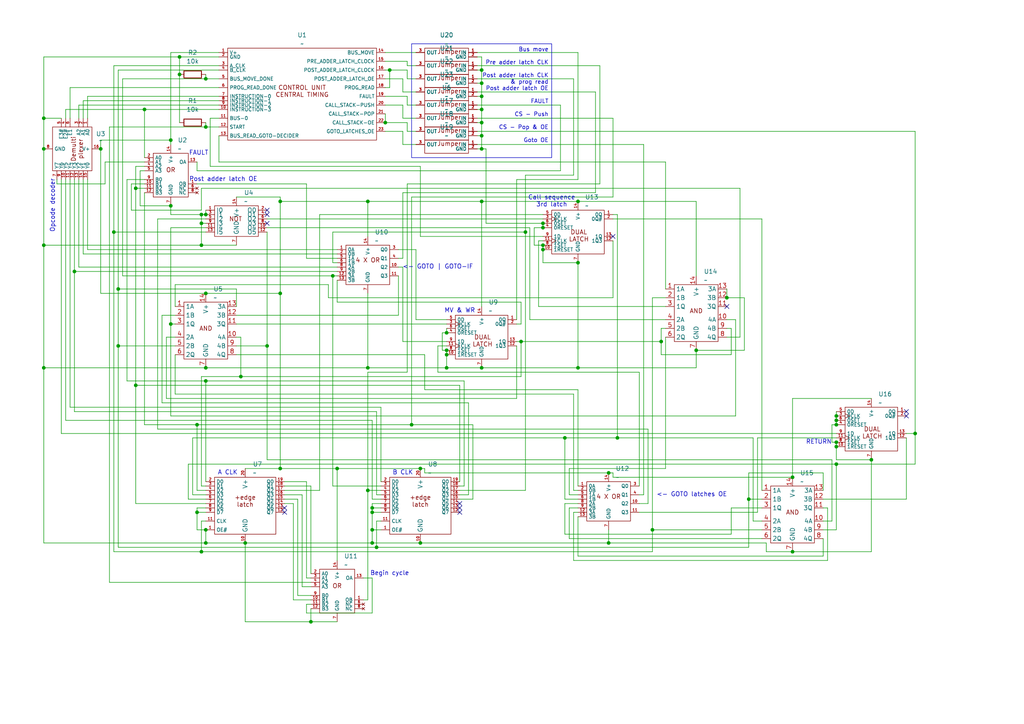
<source format=kicad_sch>
(kicad_sch (version 20231120) (generator "eeschema") (generator_version "8.0")
  (paper "A4")
  (title_block (title "Control unit central timing"))
  (lib_symbols
    (symbol "Device:R" (pin_numbers hide) (pin_names (offset 0))
      (property "Reference" "R" (at 2.032 0 90))
      (property "Value" "R" (at 0 0 90))
      (symbol "R_0_1"
        (rectangle (start -1.016 -2.54) (end 1.016 2.54) (stroke (width 0.254)))
      )
      (symbol "R_1_1"
        (pin passive line (at 0 3.81 270) (length 1.27) (name "~") (number "1"))
        (pin passive line (at 0 -3.81 90) (length 1.27) (name "~") (number "2"))
      )
    )
    (symbol "custom_symbol_lib:3_to_8_demultiplexer"
      (property "Reference" "U" (at 1.27 -1.016 0))
      (symbol "3_to_8_demultiplexer_1_1"
        (rectangle (start -6.35 6.35) (end 6.35 -5.08))
        (text "Demulti\nplexer" (at 0 2.032 0) (effects (font (size 1.27 1.27))))
        (pin input line (at -8.89 5.08 0) (length 2.54) (name "A0") (number "1"))
        (pin output line (at 8.89 -1.27 180) (length 2.54) (name "Y5") (number "10"))
        (pin output line (at 8.89 0 180) (length 2.54) (name "Y4") (number "11"))
        (pin output line (at 8.89 1.27 180) (length 2.54) (name "Y3") (number "12"))
        (pin output line (at 8.89 2.54 180) (length 2.54) (name "Y2") (number "13"))
        (pin output line (at 8.89 3.81 180) (length 2.54) (name "Y1") (number "14"))
        (pin output line (at 8.89 5.08 180) (length 2.54) (name "Y0") (number "15"))
        (pin power_in line (at 0 8.89 270) (length 2.54) (name "V+") (number "16"))
        (pin input line (at -8.89 3.81 0) (length 2.54) (name "A1") (number "2"))
        (pin input line (at -8.89 2.54 0) (length 2.54) (name "A2") (number "3"))
        (pin input line (at -8.89 -1.27 0) (length 2.54) (name "E2#") (number "4"))
        (pin input line (at -8.89 -2.54 0) (length 2.54) (name "E3#") (number "5"))
        (pin input line (at -8.89 0 0) (length 2.54) (name "E1") (number "6"))
        (pin output line (at 8.89 -3.81 180) (length 2.54) (name "Y7") (number "7"))
        (pin power_in line (at 0 -7.62 90) (length 2.54) (name "GND") (number "8"))
        (pin output line (at 8.89 -2.54 180) (length 2.54) (name "Y6") (number "9"))
      )
    )
    (symbol "custom_symbol_lib:6xNOT"
      (property "Reference" "U" (at -2.032 -1.016 0))
      (symbol "6xNOT_0_1"
        (rectangle (start -6.35 5.08) (end 6.35 -3.81))
      )
      (symbol "6xNOT_1_1"
        (text "NOT" (at -0.254 1.27 0) (effects (font (size 1.27 1.27))))
        (pin input line (at -8.89 3.81 0) (length 2.54) (name "I0") (number "1"))
        (pin output line (at 8.89 -1.27 180) (length 2.54) (name "O4") (number "10"))
        (pin input line (at -8.89 -1.27 0) (length 2.54) (name "I4") (number "11"))
        (pin output line (at 8.89 -2.54 180) (length 2.54) (name "O5") (number "12"))
        (pin input line (at -8.89 -2.54 0) (length 2.54) (name "I5") (number "13"))
        (pin power_in line (at 0 7.62 270) (length 2.54) (name "V+") (number "14"))
        (pin output line (at 8.89 3.81 180) (length 2.54) (name "O0") (number "2"))
        (pin input line (at -8.89 2.54 0) (length 2.54) (name "I1") (number "3"))
        (pin output line (at 8.89 2.54 180) (length 2.54) (name "O1") (number "4"))
        (pin input line (at -8.89 1.27 0) (length 2.54) (name "I2") (number "5"))
        (pin output line (at 8.89 1.27 180) (length 2.54) (name "O2") (number "6"))
        (pin power_in line (at 0 -6.35 90) (length 2.54) (name "GND") (number "7"))
        (pin output line (at 8.89 0 180) (length 2.54) (name "03") (number "8"))
        (pin input line (at -8.89 0 0) (length 2.54) (name "I3") (number "9"))
      )
    )
    (symbol "custom_symbol_lib:control_unit_central_timing_interface"
      (property "Reference" "U" (at 0 16.51 0))
      (symbol "control_unit_central_timing_interface_0_1"
        (rectangle (start -21.59 34.29) (end 21.59 7.62))
      )
      (symbol "control_unit_central_timing_interface_1_1"
        (text "CONTROL UNIT\nCENTRAL TIMING" (at 0 21.844 0) (effects (font (size 1.27 1.27))))
        (pin bidirectional line (at -24.13 33.02 0) (length 2.54) (name "V+") (number "1"))
        (pin bidirectional line (at -24.13 16.51 0) (length 2.54) (name "INSTRUCTION-3") (number "10"))
        (pin bidirectional line (at -24.13 13.97 0) (length 2.54) (name "BUS-0") (number "11"))
        (pin bidirectional line (at -24.13 11.43 0) (length 2.54) (name "START") (number "12"))
        (pin bidirectional line (at -24.13 8.89 0) (length 2.54) (name "BUS_READ_GOTO-DECIDER") (number "13"))
        (pin bidirectional line (at 24.13 33.02 180) (length 2.54) (name "BUS_MOVE") (number "14"))
        (pin bidirectional line (at 24.13 30.48 180) (length 2.54) (name "PRE_ADDER_LATCH_CLOCK") (number "15"))
        (pin bidirectional line (at 24.13 27.94 180) (length 2.54) (name "POST_ADDER_LATCH_CLOCK") (number "16"))
        (pin bidirectional line (at 24.13 25.4 180) (length 2.54) (name "POST_ADDER_LATCH_OE") (number "17"))
        (pin bidirectional line (at 24.13 22.86 180) (length 2.54) (name "PROG_READ") (number "18"))
        (pin bidirectional line (at 24.13 20.32 180) (length 2.54) (name "FAULT") (number "19"))
        (pin bidirectional line (at -24.13 31.75 0) (length 2.54) (name "GND") (number "2"))
        (pin bidirectional line (at 24.13 17.78 180) (length 2.54) (name "CALL_STACK-PUSH") (number "20"))
        (pin bidirectional line (at 24.13 15.24 180) (length 2.54) (name "CALL_STACK-POP") (number "21"))
        (pin bidirectional line (at 24.13 12.7 180) (length 2.54) (name "CALL_STACK-OE") (number "22"))
        (pin bidirectional line (at 24.13 10.16 180) (length 2.54) (name "GOTO_LATCHES_OE") (number "23"))
        (pin bidirectional line (at -24.13 29.21 0) (length 2.54) (name "A_CLK") (number "3"))
        (pin bidirectional line (at -24.13 27.94 0) (length 2.54) (name "B_CLK") (number "4"))
        (pin bidirectional line (at -24.13 25.4 0) (length 2.54) (name "BUS_MOVE_DONE") (number "5"))
        (pin bidirectional line (at -24.13 22.86 0) (length 2.54) (name "PROG_READ_DONE") (number "6"))
        (pin bidirectional line (at -24.13 20.32 0) (length 2.54) (name "INSTRUCTION-0") (number "7"))
        (pin bidirectional line (at -24.13 19.05 0) (length 2.54) (name "INSTRUCTION-1") (number "8"))
        (pin bidirectional line (at -24.13 17.78 0) (length 2.54) (name "INSTRUCTION-2") (number "9"))
      )
    )
    (symbol "custom_symbol_lib:dual_4_input_OR"
      (property "Reference" "U" (at -0.254 -0.762 0))
      (symbol "dual_4_input_OR_1_1"
        (rectangle (start -5.08 6.35) (end 5.08 -6.35))
        (text "OR" (at 0 1.524 0) (effects (font (size 1.27 1.27))))
        (pin output line (at 7.62 -2.54 180) (length 2.54) (name "OB") (number "1"))
        (pin input line (at -7.62 -2.54 0) (length 2.54) (name "B1") (number "10"))
        (pin input line (at -7.62 -3.81 0) (length 2.54) (name "B2") (number "11"))
        (pin input line (at -7.62 -5.08 0) (length 2.54) (name "B3") (number "12"))
        (pin output line (at 7.62 3.81 180) (length 2.54) (name "OA") (number "13"))
        (pin power_in line (at 0 8.89 270) (length 2.54) (name "V+") (number "14"))
        (pin input line (at -7.62 5.08 0) (length 2.54) (name "A0") (number "2"))
        (pin input line (at -7.62 3.81 0) (length 2.54) (name "A1") (number "3"))
        (pin input line (at -7.62 2.54 0) (length 2.54) (name "A2") (number "4"))
        (pin input line (at -7.62 1.27 0) (length 2.54) (name "A3") (number "5"))
        (pin no_connect line (at 7.62 -3.81 180) (length 2.54) (name "NC") (number "6"))
        (pin power_in line (at 0 -8.89 90) (length 2.54) (name "GND") (number "7"))
        (pin no_connect line (at 7.62 -5.08 180) (length 2.54) (name "NC") (number "8"))
        (pin input line (at -7.62 -1.27 0) (length 2.54) (name "B0") (number "9"))
      )
    )
    (symbol "custom_symbol_lib:dual_latch"
      (property "Reference" "U" (at 4.572 -5.08 0))
      (symbol "dual_latch_0_1"
        (rectangle (start -7.62 6.35) (end 7.62 -6.35))
      )
      (symbol "dual_latch_1_1"
        (text "DUAL\nLATCH" (at 0.254 -1.016 0) (effects (font (size 1.27 1.27))))
        (pin output line (at 10.16 5.08 180) (length 2.54) (name "0Q") (number "1"))
        (pin input line (at -10.16 -5.08 0) (length 2.54) (name "1RESET") (number "10"))
        (pin input clock (at -10.16 -2.54 0) (length 2.54) (name "1CLK") (number "11"))
        (pin output line (at 10.16 -2.54 180) (length 2.54) (name "1Q3") (number "12"))
        (pin output line (at 10.16 -1.27 180) (length 2.54) (name "1Q") (number "13"))
        (pin power_in line (at 0 8.89 270) (length 2.54) (name "V+") (number "14"))
        (pin output line (at 10.16 3.81 180) (length 2.54) (name "0Q#") (number "2"))
        (pin input clock (at -10.16 3.81 0) (length 2.54) (name "0CLK") (number "3"))
        (pin input line (at -10.16 1.27 0) (length 2.54) (name "0RESET") (number "4"))
        (pin input line (at -10.16 5.08 0) (length 2.54) (name "0D") (number "5"))
        (pin input line (at -10.16 2.54 0) (length 2.54) (name "0SET") (number "6"))
        (pin power_in line (at 0 -8.89 90) (length 2.54) (name "GND") (number "7"))
        (pin input line (at -10.16 -3.81 0) (length 2.54) (name "1SET") (number "8"))
        (pin input line (at -10.16 -1.27 0) (length 2.54) (name "1D") (number "9"))
      )
    )
    (symbol "custom_symbol_lib:jumper"
      (property "Reference" "U" (at -1.016 -1.524 0))
      (symbol "jumper_1_1"
        (rectangle (start -6.35 1.27) (end 6.35 -2.54))
        (text "Jumper" (at -0.762 0.254 0) (effects (font (size 1.27 1.27))))
        (pin input line (at -8.89 0 0) (length 2.54) (name "IN") (number "1"))
        (pin power_in line (at -8.89 -1.27 0) (length 2.54) (name "GND") (number "2"))
        (pin output line (at 8.89 0 180) (length 2.54) (name "OUT") (number "3"))
      )
    )
    (symbol "custom_symbol_lib:quad_OR"
      (property "Reference" "U" (at 0 0 0))
      (symbol "quad_OR_0_1"
        (rectangle (start -6.35 6.35) (end 6.35 -5.08))
      )
      (symbol "quad_OR_1_1"
        (text "4 X OR" (at 0 2.032 0) (effects (font (size 1.27 1.27))))
        (pin input line (at -8.89 5.08 0) (length 2.54) (name "0A") (number "1"))
        (pin output line (at 8.89 0 180) (length 2.54) (name "Q2") (number "10"))
        (pin output line (at 8.89 -2.54 180) (length 2.54) (name "Q3") (number "11"))
        (pin input line (at -8.89 -2.54 0) (length 2.54) (name "3A") (number "12"))
        (pin input line (at -8.89 -3.81 0) (length 2.54) (name "3B") (number "13"))
        (pin power_in line (at 0 8.89 270) (length 2.54) (name "V+") (number "14"))
        (pin input line (at -8.89 3.81 0) (length 2.54) (name "0B") (number "2"))
        (pin output line (at 8.89 5.08 180) (length 2.54) (name "Q0") (number "3"))
        (pin output line (at 8.89 2.54 180) (length 2.54) (name "Q1") (number "4"))
        (pin input line (at -8.89 2.54 0) (length 2.54) (name "1A") (number "5"))
        (pin input line (at -8.89 1.27 0) (length 2.54) (name "1B") (number "6"))
        (pin power_in line (at 0 -7.62 90) (length 2.54) (name "GND") (number "7"))
        (pin input line (at -8.89 0 0) (length 2.54) (name "2A") (number "8"))
        (pin input line (at -8.89 -1.27 0) (length 2.54) (name "2B") (number "9"))
      )
    )
    (symbol "custom_symbol_lib:quad_and"
      (property "Reference" "U" (at 0 -1.524 0))
      (symbol "quad_and_0_1"
        (rectangle (start -6.35 8.89) (end 6.35 -7.62))
      )
      (symbol "quad_and_1_1"
        (text "AND" (at 0 1.27 0) (effects (font (size 1.27 1.27))))
        (pin input line (at -8.89 7.62 0) (length 2.54) (name "1A") (number "1"))
        (pin input line (at 8.89 -1.27 180) (length 2.54) (name "4A") (number "10"))
        (pin output line (at 8.89 2.54 180) (length 2.54) (name "3Q") (number "11"))
        (pin input line (at 8.89 5.08 180) (length 2.54) (name "3B") (number "12"))
        (pin input line (at 8.89 7.62 180) (length 2.54) (name "3A") (number "13"))
        (pin power_in line (at 0 11.43 270) (length 2.54) (name "V+") (number "14"))
        (pin input line (at -8.89 5.08 0) (length 2.54) (name "1B") (number "2"))
        (pin output line (at -8.89 2.54 0) (length 2.54) (name "1Q") (number "3"))
        (pin input line (at -8.89 -1.27 0) (length 2.54) (name "2A") (number "4"))
        (pin input line (at -8.89 -3.81 0) (length 2.54) (name "2B") (number "5"))
        (pin output line (at -8.89 -6.35 0) (length 2.54) (name "2Q") (number "6"))
        (pin power_in line (at 0 -10.16 90) (length 2.54) (name "GND") (number "7"))
        (pin output line (at 8.89 -6.35 180) (length 2.54) (name "4Q") (number "8"))
        (pin input line (at 8.89 -3.81 180) (length 2.54) (name "4B") (number "9"))
      )
    )
    (symbol "custom_symbol_lib:rising_edge_8_bit_latch"
      (property "Reference" "U" (at 0 -1.016 0))
      (symbol "rising_edge_8_bit_latch_0_1"
        (rectangle (start -8.89 8.89) (end 8.89 -7.62))
      )
      (symbol "rising_edge_8_bit_latch_1_1"
        (text "+edge\nlatch" (at 0 2.032 0) (effects (font (size 1.27 1.27))))
        (pin input line (at -11.43 -6.35 0) (length 2.54) (name "OE#") (number "1"))
        (pin power_in line (at 0 -10.16 90) (length 2.54) (name "GND") (number "10"))
        (pin input line (at -11.43 -3.81 0) (length 2.54) (name "CLK") (number "11"))
        (pin output line (at 11.43 -1.27 180) (length 2.54) (name "Q7") (number "12"))
        (pin output line (at 11.43 0 180) (length 2.54) (name "Q6") (number "13"))
        (pin output line (at 11.43 1.27 180) (length 2.54) (name "Q5") (number "14"))
        (pin output line (at 11.43 2.54 180) (length 2.54) (name "Q4") (number "15"))
        (pin output line (at 11.43 3.81 180) (length 2.54) (name "Q3") (number "16"))
        (pin output line (at 11.43 5.08 180) (length 2.54) (name "Q2") (number "17"))
        (pin output line (at 11.43 6.35 180) (length 2.54) (name "Q1") (number "18"))
        (pin output line (at 11.43 7.62 180) (length 2.54) (name "Q0") (number "19"))
        (pin input line (at -11.43 7.62 0) (length 2.54) (name "D0") (number "2"))
        (pin power_in line (at 0 11.43 270) (length 2.54) (name "V+") (number "20"))
        (pin input line (at -11.43 6.35 0) (length 2.54) (name "D1") (number "3"))
        (pin input line (at -11.43 5.08 0) (length 2.54) (name "D2") (number "4"))
        (pin input line (at -11.43 3.81 0) (length 2.54) (name "D3") (number "5"))
        (pin input line (at -11.43 2.54 0) (length 2.54) (name "D4") (number "6"))
        (pin input line (at -11.43 1.27 0) (length 2.54) (name "D5") (number "7"))
        (pin input line (at -11.43 0 0) (length 2.54) (name "D6") (number "8"))
        (pin input line (at -11.43 -1.27 0) (length 2.54) (name "D7") (number "9"))
      )
    )
  )
  (junction (at 96.52 80.01))
  (junction (at 151.13 99.06))
  (junction (at 157.48 71.12))
  (junction (at 242.57 129.54))
  (junction (at 58.42 64.77))
  (junction (at 12.7 34.29))
  (junction (at 57.15 123.19))
  (junction (at 129.54 96.52))
  (junction (at 242.57 123.19))
  (junction (at 90.17 180.34))
  (junction (at 242.57 120.65))
  (junction (at 58.42 160.02))
  (junction (at 179.07 127))
  (junction (at 59.69 85.09))
  (junction (at 34.29 83.82))
  (junction (at 167.64 58.42))
  (junction (at 107.95 153.67))
  (junction (at 107.95 157.48))
  (junction (at 41.91 31.75))
  (junction (at 119.38 123.19))
  (junction (at 77.47 100.33))
  (junction (at 242.57 134.62))
  (junction (at 107.95 147.32))
  (junction (at 167.64 106.68))
  (junction (at 139.7 27.94))
  (junction (at 59.69 110.49))
  (junction (at 71.12 157.48))
  (junction (at 58.42 71.12))
  (junction (at 229.87 138.43))
  (junction (at 57.15 148.59))
  (junction (at 113.03 20.32))
  (junction (at 157.48 64.77))
  (junction (at 59.69 157.48))
  (junction (at 12.7 71.12))
  (junction (at 139.7 31.75))
  (junction (at 139.7 20.32))
  (junction (at 59.69 36.83))
  (junction (at 242.57 121.92))
  (junction (at 49.53 40.64))
  (junction (at 139.7 58.42))
  (junction (at 167.64 76.2))
  (junction (at 176.53 157.48))
  (junction (at 39.37 111.76))
  (junction (at 33.02 67.31))
  (junction (at 139.7 106.68))
  (junction (at 106.68 142.24))
  (junction (at 81.28 135.89))
  (junction (at 109.22 158.75))
  (junction (at 129.54 101.6))
  (junction (at 21.59 78.74))
  (junction (at 157.48 66.04))
  (junction (at 191.77 99.06))
  (junction (at 107.95 148.59))
  (junction (at 58.42 62.23))
  (junction (at 81.28 85.09))
  (junction (at 12.7 106.68))
  (junction (at 59.69 62.23))
  (junction (at 111.76 35.56))
  (junction (at 59.69 106.68))
  (junction (at 189.23 153.67))
  (junction (at 97.79 135.89))
  (junction (at 129.54 106.68))
  (junction (at 139.7 39.37))
  (junction (at 106.68 58.42))
  (junction (at 59.69 22.86))
  (junction (at 163.83 127))
  (junction (at 229.87 160.02))
  (junction (at 210.82 86.36))
  (junction (at 81.28 58.42))
  (junction (at 176.53 137.16))
  (junction (at 106.68 106.68))
  (junction (at 69.85 109.22))
  (junction (at 139.7 24.13))
  (junction (at 121.92 157.48))
  (junction (at 52.07 16.51))
  (junction (at 217.17 144.78))
  (junction (at 39.37 54.61))
  (junction (at 265.43 125.73))
  (junction (at 121.92 135.89))
  (junction (at 157.48 72.39))
  (junction (at 152.4 67.31))
  (junction (at 34.29 100.33))
  (junction (at 59.69 153.67))
  (junction (at 242.57 128.27))
  (junction (at 49.53 93.98))
  (junction (at 129.54 102.87))
  (junction (at 49.53 59.69))
  (junction (at 201.93 101.6))
  (junction (at 139.7 43.18))
  (junction (at 52.07 21.59))
  (junction (at 29.21 43.18))
  (junction (at 139.7 35.56))
  (junction (at 252.73 133.35))
  (junction (at 12.7 43.18))
  (no_connect (at 77.47 60.96))
  (no_connect (at 262.89 119.38))
  (no_connect (at 133.35 147.32))
  (no_connect (at 77.47 64.77))
  (no_connect (at 133.35 148.59))
  (no_connect (at 262.89 120.65))
  (no_connect (at 177.8 68.58))
  (no_connect (at 210.82 88.9))
  (no_connect (at 82.55 147.32))
  (no_connect (at 82.55 148.59))
  (no_connect (at 133.35 146.05))
  (no_connect (at 77.47 62.23))
  (wire (pts (xy 21.59 78.74) (xy 21.59 119.38)))
  (wire (pts (xy 82.55 146.05) (xy 85.09 146.05)))
  (wire (pts (xy 229.87 138.43) (xy 177.8 138.43)))
  (wire (pts (xy 36.83 110.49) (xy 36.83 52.07)))
  (wire (pts (xy 107.95 148.59) (xy 110.49 148.59)))
  (wire (pts (xy 96.52 140.97) (xy 110.49 140.97)))
  (wire (pts (xy 139.7 31.75) (xy 138.43 31.75)))
  (wire (pts (xy 49.53 41.91) (xy 49.53 40.64)))
  (wire (pts (xy 82.55 143.51) (xy 87.63 143.51)))
  (wire (pts (xy 40.64 49.53) (xy 40.64 59.69)))
  (wire (pts (xy 107.95 144.78) (xy 107.95 121.92)))
  (wire (pts (xy 38.1 60.96) (xy 58.42 60.96)))
  (wire (pts (xy 157.48 66.04) (xy 154.94 66.04)))
  (wire (pts (xy 59.69 22.86) (xy 35.56 22.86)))
  (wire (pts (xy 25.4 52.07) (xy 25.4 72.39)))
  (wire (pts (xy 90.17 167.64) (xy 88.9 167.64)))
  (wire (pts (xy 222.25 160.02) (xy 229.87 160.02)))
  (wire (pts (xy 50.8 114.3) (xy 166.37 114.3)))
  (wire (pts (xy 179.07 62.23) (xy 179.07 127)))
  (wire (pts (xy 57.15 123.19) (xy 41.91 123.19)))
  (wire (pts (xy 58.42 62.23) (xy 58.42 64.77)))
  (wire (pts (xy 241.3 133.35) (xy 77.47 133.35)))
  (wire (pts (xy 135.89 116.84) (xy 46.99 116.84)))
  (wire (pts (xy 139.7 27.94) (xy 139.7 31.75)))
  (wire (pts (xy 241.3 123.19) (xy 241.3 128.27)))
  (wire (pts (xy 59.69 35.56) (xy 59.69 36.83)))
  (wire (pts (xy 212.09 147.32) (xy 212.09 154.94)))
  (wire (pts (xy 109.22 158.75) (xy 217.17 158.75)))
  (wire (pts (xy 68.58 97.79) (xy 69.85 97.79)))
  (wire (pts (xy 242.57 120.65) (xy 242.57 121.92)))
  (wire (pts (xy 242.57 153.67) (xy 242.57 134.62)))
  (wire (pts (xy 63.5 36.83) (xy 59.69 36.83)))
  (wire (pts (xy 123.19 102.87) (xy 123.19 113.03)))
  (wire (pts (xy 220.98 156.21) (xy 165.1 156.21)))
  (wire (pts (xy 88.9 177.8) (xy 88.9 175.26)))
  (wire (pts (xy 52.07 16.51) (xy 52.07 21.59)))
  (wire (pts (xy 41.91 123.19) (xy 41.91 55.88)))
  (wire (pts (xy 138.43 34.29) (xy 177.8 34.29)))
  (wire (pts (xy 59.69 157.48) (xy 59.69 153.67)))
  (wire (pts (xy 212.09 102.87) (xy 191.77 102.87)))
  (wire (pts (xy 59.69 106.68) (xy 106.68 106.68)))
  (wire (pts (xy 176.53 137.16) (xy 123.19 137.16)))
  (wire (pts (xy 177.8 57.15) (xy 177.8 34.29)))
  (wire (pts (xy 54.61 134.62) (xy 54.61 144.78)))
  (wire (pts (xy 33.02 19.05) (xy 33.02 67.31)))
  (wire (pts (xy 38.1 53.34) (xy 41.91 53.34)))
  (wire (pts (xy 87.63 143.51) (xy 87.63 170.18)))
  (wire (pts (xy 106.68 173.99) (xy 106.68 142.24)))
  (wire (pts (xy 77.47 133.35) (xy 77.47 100.33)))
  (wire (pts (xy 77.47 67.31) (xy 77.47 100.33)))
  (wire (pts (xy 77.47 66.04) (xy 153.67 66.04)))
  (wire (pts (xy 210.82 95.25) (xy 212.09 95.25)))
  (wire (pts (xy 57.15 142.24) (xy 57.15 123.19)))
  (wire (pts (xy 58.42 60.96) (xy 58.42 54.61)))
  (wire (pts (xy 242.57 125.73) (xy 17.78 125.73)))
  (wire (pts (xy 71.12 180.34) (xy 71.12 157.48)))
  (wire (pts (xy 97.79 76.2) (xy 96.52 76.2)))
  (wire (pts (xy 127 107.95) (xy 185.42 107.95)))
  (wire (pts (xy 77.47 100.33) (xy 68.58 100.33)))
  (wire (pts (xy 58.42 151.13) (xy 58.42 160.02)))
  (wire (pts (xy 222.25 157.48) (xy 222.25 160.02)))
  (wire (pts (xy 59.69 21.59) (xy 59.69 22.86)))
  (wire (pts (xy 58.42 62.23) (xy 49.53 62.23)))
  (wire (pts (xy 139.7 39.37) (xy 139.7 43.18)))
  (wire (pts (xy 265.43 125.73) (xy 265.43 134.62)))
  (wire (pts (xy 154.94 71.12) (xy 157.48 71.12)))
  (wire (pts (xy 41.91 31.75) (xy 41.91 45.72)))
  (wire (pts (xy 167.64 161.29) (xy 167.64 149.86)))
  (wire (pts (xy 118.11 20.32) (xy 113.03 20.32)))
  (wire (pts (xy 109.22 143.51) (xy 110.49 143.51)))
  (wire (pts (xy 138.43 16.51) (xy 139.7 16.51)))
  (wire (pts (xy 167.64 113.03) (xy 167.64 140.97)))
  (wire (pts (xy 152.4 142.24) (xy 133.35 142.24)))
  (wire (pts (xy 59.69 36.83) (xy 31.75 36.83)))
  (wire (pts (xy 57.15 49.53) (xy 162.56 49.53)))
  (wire (pts (xy 242.57 119.38) (xy 242.57 120.65)))
  (wire (pts (xy 242.57 134.62) (xy 54.61 134.62)))
  (wire (pts (xy 81.28 58.42) (xy 81.28 85.09)))
  (wire (pts (xy 193.04 135.89) (xy 165.1 135.89)))
  (wire (pts (xy 118.11 19.05) (xy 120.65 19.05)))
  (wire (pts (xy 242.57 128.27) (xy 242.57 129.54)))
  (wire (pts (xy 107.95 148.59) (xy 107.95 147.32)))
  (wire (pts (xy 128.27 96.52) (xy 128.27 101.6)))
  (wire (pts (xy 138.43 22.86) (xy 166.37 22.86)))
  (wire (pts (xy 119.38 57.15) (xy 119.38 123.19)))
  (wire (pts (xy 265.43 38.1) (xy 265.43 125.73)))
  (wire (pts (xy 167.64 52.07) (xy 167.64 15.24)))
  (wire (pts (xy 133.35 140.97) (xy 134.62 140.97)))
  (wire (pts (xy 220.98 63.5) (xy 177.8 63.5)))
  (wire (pts (xy 45.72 63.5) (xy 45.72 124.46)))
  (wire (pts (xy 149.86 115.57) (xy 149.86 100.33)))
  (wire (pts (xy 133.35 111.76) (xy 39.37 111.76)))
  (wire (pts (xy 139.7 106.68) (xy 167.64 106.68)))
  (wire (pts (xy 265.43 125.73) (xy 262.89 125.73)))
  (wire (pts (xy 201.93 58.42) (xy 201.93 80.01)))
  (wire (pts (xy 138.43 41.91) (xy 186.69 41.91)))
  (wire (pts (xy 90.17 180.34) (xy 97.79 180.34)))
  (wire (pts (xy 57.15 53.34) (xy 88.9 53.34)))
  (wire (pts (xy 193.04 88.9) (xy 156.21 88.9)))
  (wire (pts (xy 118.11 30.48) (xy 118.11 27.94)))
  (wire (pts (xy 81.28 85.09) (xy 59.69 85.09)))
  (wire (pts (xy 129.54 101.6) (xy 129.54 102.87)))
  (wire (pts (xy 106.68 58.42) (xy 81.28 58.42)))
  (wire (pts (xy 116.84 99.06) (xy 129.54 99.06)))
  (wire (pts (xy 151.13 99.06) (xy 191.77 99.06)))
  (wire (pts (xy 110.49 144.78) (xy 107.95 144.78)))
  (wire (pts (xy 48.26 97.79) (xy 48.26 115.57)))
  (wire (pts (xy 63.5 46.99) (xy 193.04 46.99)))
  (wire (pts (xy 12.7 71.12) (xy 12.7 43.18)))
  (wire (pts (xy 163.83 146.05) (xy 167.64 146.05)))
  (wire (pts (xy 49.53 93.98) (xy 49.53 120.65)))
  (wire (pts (xy 39.37 146.05) (xy 59.69 146.05)))
  (wire (pts (xy 151.13 87.63) (xy 97.79 87.63)))
  (wire (pts (xy 58.42 64.77) (xy 58.42 71.12)))
  (wire (pts (xy 49.53 120.65) (xy 213.36 120.65)))
  (wire (pts (xy 229.87 115.57) (xy 252.73 115.57)))
  (wire (pts (xy 139.7 24.13) (xy 139.7 27.94)))
  (wire (pts (xy 77.47 63.5) (xy 157.48 63.5)))
  (wire (pts (xy 12.7 34.29) (xy 12.7 43.18)))
  (wire (pts (xy 157.48 76.2) (xy 167.64 76.2)))
  (wire (pts (xy 167.64 58.42) (xy 201.93 58.42)))
  (wire (pts (xy 153.67 66.04) (xy 153.67 92.71)))
  (wire (pts (xy 212.09 154.94) (xy 163.83 154.94)))
  (wire (pts (xy 97.79 87.63) (xy 97.79 81.28)))
  (wire (pts (xy 45.72 124.46) (xy 187.96 124.46)))
  (wire (pts (xy 20.32 118.11) (xy 110.49 118.11)))
  (wire (pts (xy 54.61 144.78) (xy 59.69 144.78)))
  (wire (pts (xy 46.99 116.84) (xy 46.99 91.44)))
  (wire (pts (xy 34.29 83.82) (xy 34.29 100.33)))
  (wire (pts (xy 105.41 173.99) (xy 106.68 173.99)))
  (wire (pts (xy 210.82 83.82) (xy 210.82 86.36)))
  (wire (pts (xy 57.15 147.32) (xy 59.69 147.32)))
  (wire (pts (xy 90.17 180.34) (xy 71.12 180.34)))
  (wire (pts (xy 30.48 46.99) (xy 41.91 46.99)))
  (wire (pts (xy 238.76 144.78) (xy 262.89 144.78)))
  (wire (pts (xy 193.04 46.99) (xy 193.04 83.82)))
  (wire (pts (xy 116.84 34.29) (xy 120.65 34.29)))
  (wire (pts (xy 133.35 143.51) (xy 135.89 143.51)))
  (wire (pts (xy 50.8 82.55) (xy 95.25 82.55)))
  (wire (pts (xy 262.89 144.78) (xy 262.89 127)))
  (wire (pts (xy 34.29 100.33) (xy 34.29 158.75)))
  (wire (pts (xy 139.7 39.37) (xy 138.43 39.37)))
  (wire (pts (xy 118.11 53.34) (xy 173.99 53.34)))
  (wire (pts (xy 139.7 43.18) (xy 138.43 43.18)))
  (wire (pts (xy 153.67 92.71) (xy 193.04 92.71)))
  (wire (pts (xy 127 100.33) (xy 127 107.95)))
  (wire (pts (xy 252.73 160.02) (xy 229.87 160.02)))
  (wire (pts (xy 189.23 160.02) (xy 189.23 153.67)))
  (wire (pts (xy 214.63 97.79) (xy 210.82 97.79)))
  (wire (pts (xy 59.69 63.5) (xy 45.72 63.5)))
  (wire (pts (xy 68.58 88.9) (xy 68.58 83.82)))
  (wire (pts (xy 96.52 80.01) (xy 96.52 140.97)))
  (wire (pts (xy 140.97 64.77) (xy 140.97 43.18)))
  (wire (pts (xy 165.1 156.21) (xy 165.1 147.32)))
  (wire (pts (xy 34.29 83.82) (xy 68.58 83.82)))
  (wire (pts (xy 111.76 15.24) (xy 120.65 15.24)))
  (wire (pts (xy 118.11 35.56) (xy 111.76 35.56)))
  (wire (pts (xy 129.54 106.68) (xy 139.7 106.68)))
  (wire (pts (xy 97.79 73.66) (xy 24.13 73.66)))
  (wire (pts (xy 191.77 95.25) (xy 193.04 95.25)))
  (wire (pts (xy 191.77 99.06) (xy 191.77 95.25)))
  (wire (pts (xy 129.54 92.71) (xy 120.65 92.71)))
  (wire (pts (xy 128.27 101.6) (xy 129.54 101.6)))
  (wire (pts (xy 59.69 110.49) (xy 36.83 110.49)))
  (wire (pts (xy 21.59 52.07) (xy 21.59 78.74)))
  (wire (pts (xy 151.13 109.22) (xy 151.13 99.06)))
  (wire (pts (xy 151.13 93.98) (xy 151.13 87.63)))
  (wire (pts (xy 210.82 86.36) (xy 215.9 86.36)))
  (wire (pts (xy 29.21 40.64) (xy 29.21 43.18)))
  (wire (pts (xy 57.15 148.59) (xy 59.69 148.59)))
  (wire (pts (xy 129.54 102.87) (xy 129.54 106.68)))
  (wire (pts (xy 81.28 58.42) (xy 81.28 57.15)))
  (wire (pts (xy 105.41 167.64) (xy 107.95 167.64)))
  (wire (pts (xy 163.83 127) (xy 163.83 144.78)))
  (wire (pts (xy 24.13 29.21) (xy 63.5 29.21)))
  (wire (pts (xy 220.98 147.32) (xy 212.09 147.32)))
  (wire (pts (xy 111.76 33.02) (xy 111.76 35.56)))
  (wire (pts (xy 165.1 135.89) (xy 165.1 143.51)))
  (wire (pts (xy 71.12 135.89) (xy 81.28 135.89)))
  (wire (pts (xy 96.52 80.01) (xy 97.79 80.01)))
  (wire (pts (xy 50.8 93.98) (xy 49.53 93.98)))
  (wire (pts (xy 111.76 17.78) (xy 118.11 17.78)))
  (wire (pts (xy 133.35 139.7) (xy 133.35 111.76)))
  (wire (pts (xy 69.85 109.22) (xy 58.42 109.22)))
  (wire (pts (xy 35.56 80.01) (xy 96.52 80.01)))
  (wire (pts (xy 185.42 107.95) (xy 185.42 140.97)))
  (wire (pts (xy 107.95 153.67) (xy 110.49 153.67)))
  (wire (pts (xy 134.62 140.97) (xy 134.62 110.49)))
  (wire (pts (xy 63.5 20.32) (xy 34.29 20.32)))
  (wire (pts (xy 137.16 123.19) (xy 119.38 123.19)))
  (wire (pts (xy 39.37 48.26) (xy 41.91 48.26)))
  (wire (pts (xy 63.5 22.86) (xy 59.69 22.86)))
  (wire (pts (xy 139.7 20.32) (xy 138.43 20.32)))
  (wire (pts (xy 152.4 67.31) (xy 152.4 142.24)))
  (wire (pts (xy 265.43 134.62) (xy 242.57 134.62)))
  (wire (pts (xy 22.86 30.48) (xy 63.5 30.48)))
  (wire (pts (xy 116.84 41.91) (xy 116.84 38.1)))
  (wire (pts (xy 166.37 142.24) (xy 167.64 142.24)))
  (wire (pts (xy 85.09 173.99) (xy 90.17 173.99)))
  (wire (pts (xy 177.8 62.23) (xy 179.07 62.23)))
  (wire (pts (xy 166.37 114.3) (xy 166.37 142.24)))
  (wire (pts (xy 167.64 76.2) (xy 167.64 106.68)))
  (wire (pts (xy 110.49 118.11) (xy 110.49 139.7)))
  (wire (pts (xy 118.11 22.86) (xy 118.11 20.32)))
  (wire (pts (xy 88.9 175.26) (xy 90.17 175.26)))
  (wire (pts (xy 60.96 34.29) (xy 60.96 48.26)))
  (wire (pts (xy 22.86 34.29) (xy 22.86 30.48)))
  (wire (pts (xy 119.38 123.19) (xy 57.15 123.19)))
  (wire (pts (xy 118.11 38.1) (xy 118.11 35.56)))
  (wire (pts (xy 129.54 95.25) (xy 129.54 96.52)))
  (wire (pts (xy 109.22 151.13) (xy 110.49 151.13)))
  (wire (pts (xy 34.29 20.32) (xy 34.29 83.82)))
  (wire (pts (xy 217.17 137.16) (xy 217.17 144.78)))
  (wire (pts (xy 149.86 52.07) (xy 149.86 92.71)))
  (wire (pts (xy 107.95 147.32) (xy 107.95 146.05)))
  (wire (pts (xy 106.68 106.68) (xy 129.54 106.68)))
  (wire (pts (xy 172.72 55.88) (xy 172.72 26.67)))
  (wire (pts (xy 120.65 30.48) (xy 118.11 30.48)))
  (wire (pts (xy 213.36 120.65) (xy 213.36 92.71)))
  (wire (pts (xy 107.95 157.48) (xy 107.95 153.67)))
  (wire (pts (xy 88.9 139.7) (xy 82.55 139.7)))
  (wire (pts (xy 49.53 93.98) (xy 49.53 66.04)))
  (wire (pts (xy 25.4 34.29) (xy 25.4 27.94)))
  (wire (pts (xy 50.8 97.79) (xy 48.26 97.79)))
  (wire (pts (xy 116.84 55.88) (xy 172.72 55.88)))
  (wire (pts (xy 240.03 162.56) (xy 240.03 147.32)))
  (wire (pts (xy 50.8 88.9) (xy 50.8 82.55)))
  (wire (pts (xy 106.68 142.24) (xy 110.49 142.24)))
  (wire (pts (xy 238.76 142.24) (xy 238.76 137.16)))
  (wire (pts (xy 219.71 148.59) (xy 185.42 148.59)))
  (wire (pts (xy 107.95 157.48) (xy 121.92 157.48)))
  (wire (pts (xy 201.93 106.68) (xy 201.93 101.6)))
  (wire (pts (xy 120.65 22.86) (xy 118.11 22.86)))
  (wire (pts (xy 118.11 27.94) (xy 111.76 27.94)))
  (wire (pts (xy 140.97 43.18) (xy 139.7 43.18)))
  (wire (pts (xy 179.07 127) (xy 163.83 127)))
  (wire (pts (xy 57.15 153.67) (xy 57.15 148.59)))
  (wire (pts (xy 151.13 99.06) (xy 149.86 99.06)))
  (wire (pts (xy 163.83 144.78) (xy 167.64 144.78)))
  (wire (pts (xy 59.69 60.96) (xy 59.69 62.23)))
  (wire (pts (xy 60.96 34.29) (xy 63.5 34.29)))
  (wire (pts (xy 242.57 129.54) (xy 242.57 133.35)))
  (wire (pts (xy 106.68 58.42) (xy 106.68 68.58)))
  (wire (pts (xy 41.91 49.53) (xy 40.64 49.53)))
  (wire (pts (xy 97.79 135.89) (xy 97.79 162.56)))
  (wire (pts (xy 49.53 15.24) (xy 49.53 40.64)))
  (wire (pts (xy 163.83 127) (xy 55.88 127)))
  (wire (pts (xy 58.42 151.13) (xy 59.69 151.13)))
  (wire (pts (xy 20.32 25.4) (xy 20.32 34.29)))
  (wire (pts (xy 19.05 121.92) (xy 19.05 52.07)))
  (wire (pts (xy 118.11 53.34) (xy 118.11 107.95)))
  (wire (pts (xy 59.69 110.49) (xy 59.69 139.7)))
  (wire (pts (xy 121.92 157.48) (xy 176.53 157.48)))
  (wire (pts (xy 82.55 142.24) (xy 92.71 142.24)))
  (wire (pts (xy 242.57 127) (xy 219.71 127)))
  (wire (pts (xy 41.91 31.75) (xy 63.5 31.75)))
  (wire (pts (xy 25.4 27.94) (xy 63.5 27.94)))
  (wire (pts (xy 116.84 77.47) (xy 116.84 99.06)))
  (wire (pts (xy 229.87 138.43) (xy 229.87 115.57)))
  (wire (pts (xy 238.76 156.21) (xy 238.76 161.29)))
  (wire (pts (xy 113.03 25.4) (xy 113.03 20.32)))
  (wire (pts (xy 165.1 147.32) (xy 167.64 147.32)))
  (wire (pts (xy 149.86 93.98) (xy 151.13 93.98)))
  (wire (pts (xy 152.4 50.8) (xy 152.4 67.31)))
  (wire (pts (xy 55.88 127) (xy 55.88 143.51)))
  (wire (pts (xy 139.7 27.94) (xy 138.43 27.94)))
  (wire (pts (xy 238.76 161.29) (xy 167.64 161.29)))
  (wire (pts (xy 252.73 133.35) (xy 252.73 160.02)))
  (wire (pts (xy 173.99 53.34) (xy 173.99 19.05)))
  (wire (pts (xy 129.54 96.52) (xy 128.27 96.52)))
  (wire (pts (xy 157.48 62.23) (xy 92.71 62.23)))
  (wire (pts (xy 59.69 142.24) (xy 57.15 142.24)))
  (wire (pts (xy 220.98 142.24) (xy 220.98 63.5)))
  (wire (pts (xy 138.43 26.67) (xy 172.72 26.67)))
  (wire (pts (xy 240.03 147.32) (xy 238.76 147.32)))
  (wire (pts (xy 57.15 148.59) (xy 57.15 147.32)))
  (wire (pts (xy 129.54 93.98) (xy 68.58 93.98)))
  (wire (pts (xy 123.19 135.89) (xy 121.92 135.89)))
  (wire (pts (xy 218.44 127) (xy 179.07 127)))
  (wire (pts (xy 157.48 64.77) (xy 140.97 64.77)))
  (wire (pts (xy 123.19 137.16) (xy 123.19 135.89)))
  (wire (pts (xy 121.92 68.58) (xy 121.92 48.26)))
  (wire (pts (xy 123.19 113.03) (xy 167.64 113.03)))
  (wire (pts (xy 217.17 144.78) (xy 220.98 144.78)))
  (wire (pts (xy 187.96 146.05) (xy 185.42 146.05)))
  (wire (pts (xy 189.23 153.67) (xy 220.98 153.67)))
  (wire (pts (xy 220.98 151.13) (xy 218.44 151.13)))
  (wire (pts (xy 157.48 64.77) (xy 157.48 66.04)))
  (wire (pts (xy 111.76 22.86) (xy 116.84 22.86)))
  (wire (pts (xy 138.43 15.24) (xy 167.64 15.24)))
  (wire (pts (xy 21.59 119.38) (xy 109.22 119.38)))
  (wire (pts (xy 107.95 177.8) (xy 88.9 177.8)))
  (wire (pts (xy 29.21 40.64) (xy 49.53 40.64)))
  (wire (pts (xy 120.65 38.1) (xy 118.11 38.1)))
  (wire (pts (xy 48.26 115.57) (xy 149.86 115.57)))
  (wire (pts (xy 107.95 167.64) (xy 107.95 177.8)))
  (wire (pts (xy 120.65 41.91) (xy 116.84 41.91)))
  (wire (pts (xy 12.7 34.29) (xy 17.78 34.29)))
  (wire (pts (xy 139.7 16.51) (xy 139.7 20.32)))
  (wire (pts (xy 49.53 59.69) (xy 49.53 62.23)))
  (wire (pts (xy 129.54 100.33) (xy 127 100.33)))
  (wire (pts (xy 116.84 26.67) (xy 120.65 26.67)))
  (wire (pts (xy 135.89 143.51) (xy 135.89 116.84)))
  (wire (pts (xy 106.68 85.09) (xy 106.68 106.68)))
  (wire (pts (xy 17.78 125.73) (xy 17.78 52.07)))
  (wire (pts (xy 116.84 55.88) (xy 116.84 74.93)))
  (wire (pts (xy 58.42 160.02) (xy 189.23 160.02)))
  (wire (pts (xy 31.75 36.83) (xy 31.75 168.91)))
  (wire (pts (xy 191.77 102.87) (xy 191.77 99.06)))
  (wire (pts (xy 115.57 72.39) (xy 120.65 72.39)))
  (wire (pts (xy 81.28 135.89) (xy 97.79 135.89)))
  (wire (pts (xy 186.69 41.91) (xy 186.69 143.51)))
  (wire (pts (xy 63.5 39.37) (xy 63.5 46.99)))
  (wire (pts (xy 215.9 86.36) (xy 215.9 101.6)))
  (wire (pts (xy 118.11 107.95) (xy 106.68 107.95)))
  (wire (pts (xy 177.8 138.43) (xy 177.8 137.16)))
  (wire (pts (xy 24.13 34.29) (xy 24.13 29.21)))
  (wire (pts (xy 139.7 35.56) (xy 138.43 35.56)))
  (wire (pts (xy 157.48 71.12) (xy 157.48 72.39)))
  (wire (pts (xy 82.55 140.97) (xy 90.17 140.97)))
  (wire (pts (xy 133.35 144.78) (xy 137.16 144.78)))
  (wire (pts (xy 107.95 153.67) (xy 107.95 148.59)))
  (wire (pts (xy 177.8 137.16) (xy 176.53 137.16)))
  (wire (pts (xy 154.94 66.04) (xy 154.94 71.12)))
  (wire (pts (xy 57.15 49.53) (xy 57.15 46.99)))
  (wire (pts (xy 58.42 71.12) (xy 68.58 71.12)))
  (wire (pts (xy 120.65 92.71) (xy 120.65 72.39)))
  (wire (pts (xy 152.4 50.8) (xy 166.37 50.8)))
  (wire (pts (xy 189.23 86.36) (xy 193.04 86.36)))
  (wire (pts (xy 116.84 74.93) (xy 115.57 74.93)))
  (wire (pts (xy 115.57 80.01) (xy 115.57 91.44)))
  (wire (pts (xy 219.71 127) (xy 219.71 148.59)))
  (wire (pts (xy 97.79 77.47) (xy 22.86 77.47)))
  (wire (pts (xy 242.57 121.92) (xy 242.57 123.19)))
  (wire (pts (xy 166.37 148.59) (xy 166.37 162.56)))
  (wire (pts (xy 86.36 144.78) (xy 82.55 144.78)))
  (wire (pts (xy 19.05 34.29) (xy 19.05 31.75)))
  (wire (pts (xy 134.62 110.49) (xy 59.69 110.49)))
  (wire (pts (xy 189.23 153.67) (xy 189.23 86.36)))
  (wire (pts (xy 90.17 140.97) (xy 90.17 166.37)))
  (wire (pts (xy 242.57 123.19) (xy 241.3 123.19)))
  (wire (pts (xy 24.13 73.66) (xy 24.13 52.07)))
  (wire (pts (xy 38.1 53.34) (xy 38.1 60.96)))
  (wire (pts (xy 31.75 168.91) (xy 90.17 168.91)))
  (wire (pts (xy 59.69 62.23) (xy 58.42 62.23)))
  (wire (pts (xy 167.64 106.68) (xy 201.93 106.68)))
  (wire (pts (xy 81.28 85.09) (xy 81.28 135.89)))
  (wire (pts (xy 12.7 106.68) (xy 12.7 71.12)))
  (wire (pts (xy 217.17 158.75) (xy 217.17 144.78)))
  (wire (pts (xy 55.88 143.51) (xy 59.69 143.51)))
  (wire (pts (xy 138.43 30.48) (xy 162.56 30.48)))
  (wire (pts (xy 167.64 148.59) (xy 166.37 148.59)))
  (wire (pts (xy 113.03 20.32) (xy 111.76 20.32)))
  (wire (pts (xy 81.28 57.15) (xy 68.58 57.15)))
  (wire (pts (xy 58.42 64.77) (xy 59.69 64.77)))
  (wire (pts (xy 116.84 22.86) (xy 116.84 26.67)))
  (wire (pts (xy 90.17 172.72) (xy 86.36 172.72)))
  (wire (pts (xy 52.07 16.51) (xy 63.5 16.51)))
  (wire (pts (xy 46.99 91.44) (xy 50.8 91.44)))
  (wire (pts (xy 16.51 52.07) (xy 16.51 53.34)))
  (wire (pts (xy 106.68 107.95) (xy 106.68 142.24)))
  (wire (pts (xy 111.76 25.4) (xy 113.03 25.4)))
  (wire (pts (xy 33.02 67.31) (xy 59.69 67.31)))
  (wire (pts (xy 139.7 58.42) (xy 106.68 58.42)))
  (wire (pts (xy 116.84 30.48) (xy 116.84 34.29)))
  (wire (pts (xy 35.56 22.86) (xy 35.56 80.01)))
  (wire (pts (xy 58.42 54.61) (xy 214.63 54.61)))
  (wire (pts (xy 59.69 153.67) (xy 57.15 153.67)))
  (wire (pts (xy 39.37 48.26) (xy 39.37 54.61)))
  (wire (pts (xy 166.37 162.56) (xy 240.03 162.56)))
  (wire (pts (xy 39.37 111.76) (xy 39.37 146.05)))
  (wire (pts (xy 86.36 172.72) (xy 86.36 144.78)))
  (wire (pts (xy 166.37 22.86) (xy 166.37 50.8)))
  (wire (pts (xy 60.96 48.26) (xy 121.92 48.26)))
  (wire (pts (xy 116.84 77.47) (xy 115.57 77.47)))
  (wire (pts (xy 34.29 100.33) (xy 50.8 100.33)))
  (wire (pts (xy 177.8 86.36) (xy 177.8 69.85)))
  (wire (pts (xy 149.86 52.07) (xy 167.64 52.07)))
  (wire (pts (xy 242.57 133.35) (xy 252.73 133.35)))
  (wire (pts (xy 138.43 19.05) (xy 173.99 19.05)))
  (wire (pts (xy 88.9 74.93) (xy 97.79 74.93)))
  (wire (pts (xy 19.05 31.75) (xy 41.91 31.75)))
  (wire (pts (xy 138.43 38.1) (xy 265.43 38.1)))
  (wire (pts (xy 107.95 147.32) (xy 110.49 147.32)))
  (wire (pts (xy 71.12 157.48) (xy 59.69 157.48)))
  (wire (pts (xy 69.85 97.79) (xy 69.85 109.22)))
  (wire (pts (xy 22.86 77.47) (xy 22.86 52.07)))
  (wire (pts (xy 29.21 43.18) (xy 29.21 85.09)))
  (wire (pts (xy 139.7 35.56) (xy 139.7 39.37)))
  (wire (pts (xy 156.21 88.9) (xy 156.21 69.85)))
  (wire (pts (xy 137.16 144.78) (xy 137.16 123.19)))
  (wire (pts (xy 238.76 137.16) (xy 217.17 137.16)))
  (wire (pts (xy 187.96 124.46) (xy 187.96 146.05)))
  (wire (pts (xy 241.3 128.27) (xy 242.57 128.27)))
  (wire (pts (xy 156.21 69.85) (xy 157.48 69.85)))
  (wire (pts (xy 176.53 153.67) (xy 176.53 157.48)))
  (wire (pts (xy 58.42 140.97) (xy 59.69 140.97)))
  (wire (pts (xy 92.71 62.23) (xy 92.71 142.24)))
  (wire (pts (xy 139.7 31.75) (xy 139.7 35.56)))
  (wire (pts (xy 49.53 15.24) (xy 63.5 15.24)))
  (wire (pts (xy 109.22 158.75) (xy 109.22 151.13)))
  (wire (pts (xy 241.3 151.13) (xy 241.3 133.35)))
  (wire (pts (xy 238.76 151.13) (xy 241.3 151.13)))
  (wire (pts (xy 49.53 66.04) (xy 59.69 66.04)))
  (wire (pts (xy 185.42 143.51) (xy 186.69 143.51)))
  (wire (pts (xy 20.32 25.4) (xy 63.5 25.4)))
  (wire (pts (xy 90.17 176.53) (xy 90.17 180.34)))
  (wire (pts (xy 88.9 167.64) (xy 88.9 139.7)))
  (wire (pts (xy 88.9 53.34) (xy 88.9 74.93)))
  (wire (pts (xy 165.1 143.51) (xy 167.64 143.51)))
  (wire (pts (xy 87.63 170.18) (xy 90.17 170.18)))
  (wire (pts (xy 85.09 146.05) (xy 85.09 173.99)))
  (wire (pts (xy 33.02 67.31) (xy 33.02 160.02)))
  (wire (pts (xy 25.4 72.39) (xy 97.79 72.39)))
  (wire (pts (xy 59.69 157.48) (xy 12.7 157.48)))
  (wire (pts (xy 139.7 88.9) (xy 139.7 58.42)))
  (wire (pts (xy 116.84 38.1) (xy 111.76 38.1)))
  (wire (pts (xy 162.56 30.48) (xy 162.56 49.53)))
  (wire (pts (xy 95.25 86.36) (xy 177.8 86.36)))
  (wire (pts (xy 238.76 153.67) (xy 242.57 153.67)))
  (wire (pts (xy 193.04 97.79) (xy 193.04 135.89)))
  (wire (pts (xy 119.38 57.15) (xy 177.8 57.15)))
  (wire (pts (xy 12.7 71.12) (xy 58.42 71.12)))
  (wire (pts (xy 107.95 157.48) (xy 71.12 157.48)))
  (wire (pts (xy 111.76 30.48) (xy 116.84 30.48)))
  (wire (pts (xy 29.21 85.09) (xy 59.69 85.09)))
  (wire (pts (xy 212.09 95.25) (xy 212.09 102.87)))
  (wire (pts (xy 107.95 121.92) (xy 19.05 121.92)))
  (wire (pts (xy 39.37 111.76) (xy 39.37 54.61)))
  (wire (pts (xy 21.59 78.74) (xy 97.79 78.74)))
  (wire (pts (xy 39.37 54.61) (xy 41.91 54.61)))
  (wire (pts (xy 36.83 52.07) (xy 41.91 52.07)))
  (wire (pts (xy 157.48 72.39) (xy 157.48 76.2)))
  (wire (pts (xy 96.52 67.31) (xy 152.4 67.31)))
  (wire (pts (xy 157.48 68.58) (xy 121.92 68.58)))
  (wire (pts (xy 30.48 53.34) (xy 30.48 46.99)))
  (wire (pts (xy 139.7 58.42) (xy 167.64 58.42)))
  (wire (pts (xy 218.44 151.13) (xy 218.44 127)))
  (wire (pts (xy 215.9 101.6) (xy 201.93 101.6)))
  (wire (pts (xy 50.8 102.87) (xy 50.8 114.3)))
  (wire (pts (xy 213.36 92.71) (xy 210.82 92.71)))
  (wire (pts (xy 52.07 21.59) (xy 52.07 35.56)))
  (wire (pts (xy 97.79 135.89) (xy 121.92 135.89)))
  (wire (pts (xy 63.5 19.05) (xy 33.02 19.05)))
  (wire (pts (xy 49.53 59.69) (xy 40.64 59.69)))
  (wire (pts (xy 109.22 119.38) (xy 109.22 143.51)))
  (wire (pts (xy 139.7 20.32) (xy 139.7 24.13)))
  (wire (pts (xy 95.25 82.55) (xy 95.25 86.36)))
  (wire (pts (xy 16.51 53.34) (xy 30.48 53.34)))
  (wire (pts (xy 139.7 24.13) (xy 138.43 24.13)))
  (wire (pts (xy 214.63 54.61) (xy 214.63 97.79)))
  (wire (pts (xy 69.85 109.22) (xy 151.13 109.22)))
  (wire (pts (xy 34.29 158.75) (xy 109.22 158.75)))
  (wire (pts (xy 33.02 160.02) (xy 58.42 160.02)))
  (wire (pts (xy 107.95 146.05) (xy 110.49 146.05)))
  (wire (pts (xy 12.7 16.51) (xy 52.07 16.51)))
  (wire (pts (xy 12.7 16.51) (xy 12.7 34.29)))
  (wire (pts (xy 163.83 154.94) (xy 163.83 146.05)))
  (wire (pts (xy 12.7 157.48) (xy 12.7 106.68)))
  (wire (pts (xy 115.57 91.44) (xy 68.58 91.44)))
  (wire (pts (xy 176.53 157.48) (xy 222.25 157.48)))
  (wire (pts (xy 12.7 106.68) (xy 59.69 106.68)))
  (wire (pts (xy 118.11 17.78) (xy 118.11 19.05)))
  (wire (pts (xy 58.42 109.22) (xy 58.42 140.97)))
  (wire (pts (xy 96.52 76.2) (xy 96.52 67.31)))
  (wire (pts (xy 68.58 102.87) (xy 123.19 102.87)))
  (wire (pts (xy 20.32 52.07) (xy 20.32 118.11)))
  (text_box "Bus move\n\nPre adder latch CLK\n\nPost adder latch CLK\n& prog read\nPost adder latch OE\n\nFAULT\n\nCS - Push\n\nCS - Pop & OE\n\nGoto OE" (at 119.38 12.7 0) (size 40.64 33.02) (effects (font (size 1.1684 1.1684)) (justify right top)))
  (text "Call sequence\n3rd latch" (at 160.02 58.42 0) (effects (font (size 1.27 1.27))))
  (text "Opcode decoder" (at 15.24 59.69 90) (effects (font (size 1.27 1.27))))
  (text "MV & WR" (at 133.35 90.17 0) (effects (font (size 1.27 1.27))))
  (text "<- GOTO latches OE" (at 200.66 143.51 0) (effects (font (size 1.27 1.27))))
  (text "<- GOTO | GOTO-IF" (at 127 77.47 0) (effects (font (size 1.27 1.27))))
  (text "A CLK" (at 66.04 137.16 0) (effects (font (size 1.27 1.27))))
  (text "RETURN" (at 237.49 128.27 0) (effects (font (size 1.27 1.27))))
  (text "B CLK" (at 116.84 137.16 0) (effects (font (size 1.27 1.27))))
  (text " FAULT" (at 57.15 44.45 0) (effects (font (size 1.27 1.27))))
  (text "Begin cycle" (at 113.03 166.37 0) (effects (font (size 1.27 1.27))))
  (text "Post adder latch OE" (at 64.77 52.07 0) (effects (font (size 1.27 1.27))))
  (symbol (lib_id "custom_symbol_lib:dual_latch") (at 167.64 67.31 0) (unit 1)
    (property "Reference" "U13" (at 169.6594 57.15 0) (effects (justify left)))
    (property "Value" "~" (at 169.6594 59.69 0) (effects (justify left)))
    (property "Footprint" "Package_DIP:DIP-14_W7.62mm" (effects (hide yes)))
    (property "Datasheet" "https://www.ti.com/lit/ds/symlink/cd4013b.pdf?HQS=dis-dk-null-digikeymode-dsf-pf-null-wwe&ts=1717714412964&ref_url=https%253A%252F%252Fwww.ti.com%252Fgeneral%252Fdocs%252Fsuppproductinfo.tsp%253FdistId%253D10%2526gotoUrl%253Dhttps%253A%252F%252Fwww.ti.com%252Flit%252Fgpn%252Fcd4013b" (effects (hide yes)))
  )
  (symbol (lib_id "custom_symbol_lib:jumper") (at 129.54 34.29 0) (mirror y) (unit 1)
    (property "Reference" "U17" (at 129.54 29.21 0))
    (property "Value" "~" (at 129.54 31.75 0))
    (property "Footprint" "custom_footprint_library:jumper" (effects (hide yes)))
  )
  (symbol (lib_id "custom_symbol_lib:dual_latch") (at 139.7 97.79 0) (unit 1)
    (property "Reference" "U9" (at 141.7194 87.63 0) (effects (justify left)))
    (property "Value" "~" (at 141.7194 90.17 0) (effects (justify left)))
    (property "Footprint" "Package_DIP:DIP-14_W7.62mm" (effects (hide yes)))
    (property "Datasheet" "https://www.ti.com/lit/ds/symlink/cd4013b.pdf?HQS=dis-dk-null-digikeymode-dsf-pf-null-wwe&ts=1717714412964&ref_url=https%253A%252F%252Fwww.ti.com%252Fgeneral%252Fdocs%252Fsuppproductinfo.tsp%253FdistId%253D10%2526gotoUrl%253Dhttps%253A%252F%252Fwww.ti.com%252Flit%252Fgpn%252Fcd4013b" (effects (hide yes)))
  )
  (symbol (lib_id "custom_symbol_lib:jumper") (at 129.54 41.91 0) (mirror y) (unit 1)
    (property "Reference" "U19" (at 129.54 36.83 0))
    (property "Value" "~" (at 129.54 39.37 0))
    (property "Footprint" "custom_footprint_library:jumper" (effects (hide yes)))
  )
  (symbol (lib_id "custom_symbol_lib:jumper") (at 129.54 15.24 0) (mirror y) (unit 1)
    (property "Reference" "U20" (at 129.54 10.16 0))
    (property "Value" "~" (at 129.54 12.7 0))
    (property "Footprint" "custom_footprint_library:jumper" (effects (hide yes)))
  )
  (symbol (lib_id "custom_symbol_lib:rising_edge_8_bit_latch") (at 121.92 147.32 0) (unit 1)
    (property "Reference" "U8" (at 124.1141 134.62 0) (effects (justify left)))
    (property "Value" "~" (at 124.1141 137.16 0) (effects (justify left)))
    (property "Footprint" "Package_DIP:DIP-20_W7.62mm" (effects (hide yes)))
  )
  (symbol (lib_id "custom_symbol_lib:quad_and") (at 229.87 149.86 0) (unit 1)
    (property "Reference" "U15" (at 232.0641 137.16 0) (effects (justify left)))
    (property "Value" "~" (at 232.0641 139.7 0) (effects (justify left)))
    (property "Footprint" "Package_DIP:DIP-14_W7.62mm" (effects (hide yes)))
  )
  (symbol (lib_id "custom_symbol_lib:quad_OR") (at 176.53 146.05 0) (unit 1)
    (property "Reference" "U12" (at 178.5494 135.89 0) (effects (justify left)))
    (property "Value" "~" (at 178.5494 138.43 0) (effects (justify left)))
    (property "Footprint" "Package_DIP:DIP-14_W7.62mm" (effects (hide yes)))
  )
  (symbol (lib_id "custom_symbol_lib:quad_and") (at 59.69 96.52 0) (unit 1)
    (property "Reference" "U5" (at 61.8841 83.82 0) (effects (justify left)))
    (property "Value" "~" (at 61.8841 86.36 0) (effects (justify left)))
    (property "Footprint" "Package_DIP:DIP-14_W7.62mm" (effects (hide yes)))
  )
  (symbol (lib_id "custom_symbol_lib:dual_latch") (at 252.73 124.46 0) (unit 1)
    (property "Reference" "U16" (at 254.7494 114.3 0) (effects (justify left)))
    (property "Value" "~" (at 254.7494 116.84 0) (effects (justify left)))
    (property "Footprint" "Package_DIP:DIP-14_W7.62mm" (effects (hide yes)))
    (property "Datasheet" "https://www.ti.com/lit/ds/symlink/cd4013b.pdf?HQS=dis-dk-null-digikeymode-dsf-pf-null-wwe&ts=1717714412964&ref_url=https%253A%252F%252Fwww.ti.com%252Fgeneral%252Fdocs%252Fsuppproductinfo.tsp%253FdistId%253D10%2526gotoUrl%253Dhttps%253A%252F%252Fwww.ti.com%252Flit%252Fgpn%252Fcd4013b" (effects (hide yes)))
  )
  (symbol (lib_id "custom_symbol_lib:rising_edge_8_bit_latch") (at 71.12 147.32 0) (unit 1)
    (property "Reference" "U7" (at 73.3141 134.62 0) (effects (justify left)))
    (property "Value" "~" (at 73.3141 137.16 0) (effects (justify left)))
    (property "Footprint" "Package_DIP:DIP-20_W7.62mm" (effects (hide yes)))
  )
  (symbol (lib_id "Device:R") (at 55.88 21.59 270) (unit 1)
    (property "Reference" "R2" (at 55.88 15.24 90))
    (property "Value" "10k" (at 55.88 17.78 90))
    (property "Footprint" "custom_footprint_library:0.4_pitch_resistor" (effects (hide yes)))
    (property "Description" "Resistor" (effects (hide yes)))
  )
  (symbol (lib_id "custom_symbol_lib:jumper") (at 129.54 30.48 0) (mirror y) (unit 1)
    (property "Reference" "U6" (at 129.54 25.4 0))
    (property "Value" "~" (at 129.54 27.94 0))
    (property "Footprint" "custom_footprint_library:jumper" (effects (hide yes)))
  )
  (symbol (lib_id "custom_symbol_lib:jumper") (at 129.54 38.1 0) (mirror y) (unit 1)
    (property "Reference" "U18" (at 129.54 33.02 0))
    (property "Value" "~" (at 129.54 35.56 0))
    (property "Footprint" "custom_footprint_library:jumper" (effects (hide yes)))
  )
  (symbol (lib_id "custom_symbol_lib:control_unit_central_timing_interface") (at 87.63 48.26 0) (unit 1)
    (property "Reference" "U1" (at 87.63 10.16 0))
    (property "Value" "~" (at 87.63 12.7 0))
    (property "Footprint" "Connector_PinHeader_2.54mm:PinHeader_1x23_P2.54mm_Horizontal" (effects (hide yes)))
  )
  (symbol (lib_id "custom_symbol_lib:jumper") (at 129.54 22.86 0) (mirror y) (unit 1)
    (property "Reference" "U22" (at 129.54 17.78 0))
    (property "Value" "~" (at 129.54 20.32 0))
    (property "Footprint" "custom_footprint_library:jumper" (effects (hide yes)))
  )
  (symbol (lib_id "custom_symbol_lib:3_to_8_demultiplexer") (at 20.32 43.18 270) (unit 1)
    (property "Reference" "U3" (at 29.21 38.8298 90))
    (property "Value" "~" (at 29.21 40.7349 90))
    (property "Footprint" "Package_DIP:DIP-16_W7.62mm" (effects (hide yes)))
    (property "Datasheet" "https://www.jameco.com/Jameco/Products/ProdDS/677003.pdf" (effects (hide yes)))
  )
  (symbol (lib_id "custom_symbol_lib:jumper") (at 129.54 19.05 0) (mirror y) (unit 1)
    (property "Reference" "U21" (at 129.54 13.97 0))
    (property "Value" "~" (at 129.54 16.51 0))
    (property "Footprint" "custom_footprint_library:jumper" (effects (hide yes)))
  )
  (symbol (lib_id "custom_symbol_lib:quad_OR") (at 106.68 77.47 0) (unit 1)
    (property "Reference" "U10" (at 108.6994 67.31 0) (effects (justify left)))
    (property "Value" "~" (at 108.6994 69.85 0) (effects (justify left)))
    (property "Footprint" "Package_DIP:DIP-14_W7.62mm" (effects (hide yes)))
  )
  (symbol (lib_id "Device:R") (at 55.88 35.56 270) (unit 1)
    (property "Reference" "R1" (at 55.88 29.21 90))
    (property "Value" "10k" (at 55.88 31.75 90))
    (property "Footprint" "custom_footprint_library:0.4_pitch_resistor" (effects (hide yes)))
    (property "Description" "Resistor" (effects (hide yes)))
  )
  (symbol (lib_id "custom_symbol_lib:dual_4_input_OR") (at 97.79 171.45 0) (unit 1)
    (property "Reference" "U11" (at 99.8094 161.29 0) (effects (justify left)))
    (property "Value" "~" (at 99.8094 163.83 0) (effects (justify left)))
    (property "Footprint" "Package_DIP:DIP-14_W7.62mm" (effects (hide yes)))
    (property "Datasheet" "https://www.jameco.com/Jameco/Products/ProdDS/676078-DS01.pdf" (effects (hide yes)))
  )
  (symbol (lib_id "custom_symbol_lib:quad_and") (at 201.93 91.44 0) (unit 1)
    (property "Reference" "U14" (at 204.1241 78.74 0) (effects (justify left)))
    (property "Value" "~" (at 204.1241 81.28 0) (effects (justify left)))
    (property "Footprint" "Package_DIP:DIP-14_W7.62mm" (effects (hide yes)))
  )
  (symbol (lib_id "custom_symbol_lib:6xNOT") (at 68.58 64.77 0) (unit 1)
    (property "Reference" "U4" (at 70.7741 55.88 0) (effects (justify left)))
    (property "Value" "~" (at 70.7741 58.42 0) (effects (justify left)))
    (property "Footprint" "Package_DIP:DIP-14_W7.62mm" (effects (hide yes)))
  )
  (symbol (lib_id "custom_symbol_lib:jumper") (at 129.54 26.67 0) (mirror y) (unit 1)
    (property "Reference" "U23" (at 129.54 21.59 0))
    (property "Value" "~" (at 129.54 24.13 0))
    (property "Footprint" "custom_footprint_library:jumper" (effects (hide yes)))
  )
  (symbol (lib_id "custom_symbol_lib:dual_4_input_OR") (at 49.53 50.8 0) (unit 1)
    (property "Reference" "U2" (at 51.5494 40.64 0) (effects (justify left)))
    (property "Value" "~" (at 51.5494 43.18 0) (effects (justify left)))
    (property "Footprint" "Package_DIP:DIP-14_W7.62mm" (effects (hide yes)))
    (property "Datasheet" "https://www.jameco.com/Jameco/Products/ProdDS/676078-DS01.pdf" (effects (hide yes)))
  )
)
</source>
